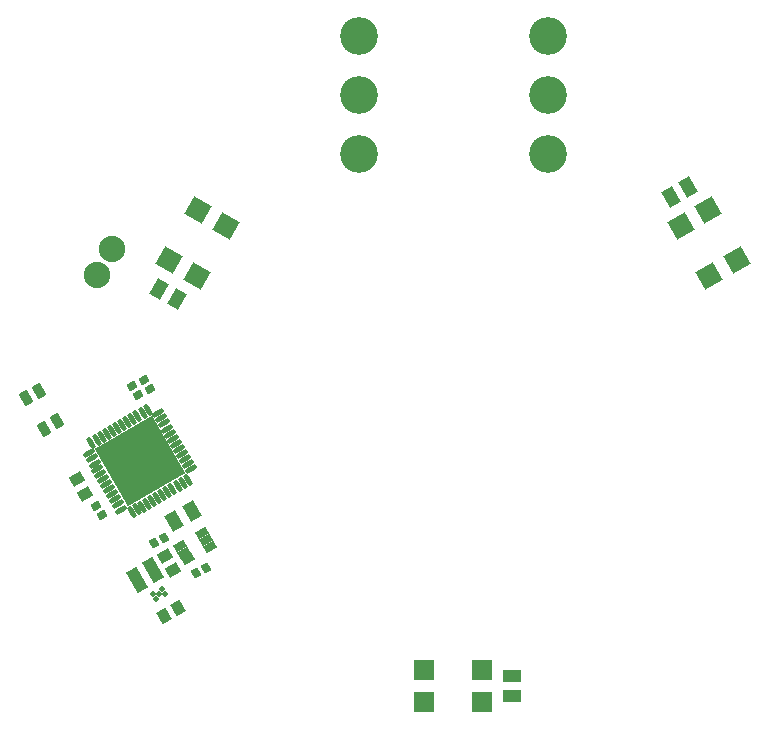
<source format=gts>
G04*
G04 #@! TF.GenerationSoftware,Altium Limited,CircuitStudio,1.5.2 (30)*
G04*
G04 Layer_Color=2238352*
%FSLAX24Y24*%
%MOIN*%
G70*
G01*
G75*
%ADD36C,0.0240*%
%ADD45R,0.0671X0.0671*%
G04:AMPARAMS|DCode=46|XSize=47.4mil|YSize=31.6mil|CornerRadius=0mil|HoleSize=0mil|Usage=FLASHONLY|Rotation=120.000|XOffset=0mil|YOffset=0mil|HoleType=Round|Shape=Rectangle|*
%AMROTATEDRECTD46*
4,1,4,0.0255,-0.0126,-0.0019,-0.0284,-0.0255,0.0126,0.0019,0.0284,0.0255,-0.0126,0.0*
%
%ADD46ROTATEDRECTD46*%

G04:AMPARAMS|DCode=47|XSize=59.2mil|YSize=41.5mil|CornerRadius=0mil|HoleSize=0mil|Usage=FLASHONLY|Rotation=120.000|XOffset=0mil|YOffset=0mil|HoleType=Round|Shape=Rectangle|*
%AMROTATEDRECTD47*
4,1,4,0.0328,-0.0153,-0.0032,-0.0360,-0.0328,0.0153,0.0032,0.0360,0.0328,-0.0153,0.0*
%
%ADD47ROTATEDRECTD47*%

G04:AMPARAMS|DCode=48|XSize=25.7mil|YSize=39.5mil|CornerRadius=0mil|HoleSize=0mil|Usage=FLASHONLY|Rotation=300.000|XOffset=0mil|YOffset=0mil|HoleType=Round|Shape=Rectangle|*
%AMROTATEDRECTD48*
4,1,4,-0.0235,0.0013,0.0107,0.0210,0.0235,-0.0013,-0.0107,-0.0210,-0.0235,0.0013,0.0*
%
%ADD48ROTATEDRECTD48*%

G04:AMPARAMS|DCode=49|XSize=29.7mil|YSize=25.7mil|CornerRadius=0mil|HoleSize=0mil|Usage=FLASHONLY|Rotation=300.000|XOffset=0mil|YOffset=0mil|HoleType=Round|Shape=Rectangle|*
%AMROTATEDRECTD49*
4,1,4,-0.0185,0.0064,0.0037,0.0193,0.0185,-0.0064,-0.0037,-0.0193,-0.0185,0.0064,0.0*
%
%ADD49ROTATEDRECTD49*%

%ADD50C,0.0190*%
G04:AMPARAMS|DCode=51|XSize=43.4mil|YSize=35.6mil|CornerRadius=0mil|HoleSize=0mil|Usage=FLASHONLY|Rotation=120.000|XOffset=0mil|YOffset=0mil|HoleType=Round|Shape=Rectangle|*
%AMROTATEDRECTD51*
4,1,4,0.0263,-0.0099,-0.0045,-0.0277,-0.0263,0.0099,0.0045,0.0277,0.0263,-0.0099,0.0*
%
%ADD51ROTATEDRECTD51*%

G04:AMPARAMS|DCode=52|XSize=43.4mil|YSize=35.6mil|CornerRadius=0mil|HoleSize=0mil|Usage=FLASHONLY|Rotation=210.000|XOffset=0mil|YOffset=0mil|HoleType=Round|Shape=Rectangle|*
%AMROTATEDRECTD52*
4,1,4,0.0099,0.0263,0.0277,-0.0045,-0.0099,-0.0263,-0.0277,0.0045,0.0099,0.0263,0.0*
%
%ADD52ROTATEDRECTD52*%

G04:AMPARAMS|DCode=53|XSize=78.9mil|YSize=39.5mil|CornerRadius=0mil|HoleSize=0mil|Usage=FLASHONLY|Rotation=120.000|XOffset=0mil|YOffset=0mil|HoleType=Round|Shape=Rectangle|*
%AMROTATEDRECTD53*
4,1,4,0.0368,-0.0243,0.0026,-0.0440,-0.0368,0.0243,-0.0026,0.0440,0.0368,-0.0243,0.0*
%
%ADD53ROTATEDRECTD53*%

G04:AMPARAMS|DCode=54|XSize=29.7mil|YSize=25.7mil|CornerRadius=0mil|HoleSize=0mil|Usage=FLASHONLY|Rotation=30.000|XOffset=0mil|YOffset=0mil|HoleType=Round|Shape=Rectangle|*
%AMROTATEDRECTD54*
4,1,4,-0.0064,-0.0185,-0.0193,0.0037,0.0064,0.0185,0.0193,-0.0037,-0.0064,-0.0185,0.0*
%
%ADD54ROTATEDRECTD54*%

G04:AMPARAMS|DCode=55|XSize=17.8mil|YSize=43.4mil|CornerRadius=0mil|HoleSize=0mil|Usage=FLASHONLY|Rotation=120.000|XOffset=0mil|YOffset=0mil|HoleType=Round|Shape=Round|*
%AMOVALD55*
21,1,0.0256,0.0178,0.0000,0.0000,210.0*
1,1,0.0178,0.0111,0.0064*
1,1,0.0178,-0.0111,-0.0064*
%
%ADD55OVALD55*%

G04:AMPARAMS|DCode=56|XSize=17.8mil|YSize=43.4mil|CornerRadius=0mil|HoleSize=0mil|Usage=FLASHONLY|Rotation=30.000|XOffset=0mil|YOffset=0mil|HoleType=Round|Shape=Round|*
%AMOVALD56*
21,1,0.0256,0.0178,0.0000,0.0000,120.0*
1,1,0.0178,0.0064,-0.0111*
1,1,0.0178,-0.0064,0.0111*
%
%ADD56OVALD56*%

%ADD57P,0.3120X4X75.0*%
%ADD58P,0.0948X4X165.0*%
%ADD59P,0.0948X4X285.0*%
G04:AMPARAMS|DCode=60|XSize=59.2mil|YSize=41.5mil|CornerRadius=0mil|HoleSize=0mil|Usage=FLASHONLY|Rotation=240.000|XOffset=0mil|YOffset=0mil|HoleType=Round|Shape=Rectangle|*
%AMROTATEDRECTD60*
4,1,4,-0.0032,0.0360,0.0328,0.0153,0.0032,-0.0360,-0.0328,-0.0153,-0.0032,0.0360,0.0*
%
%ADD60ROTATEDRECTD60*%

%ADD61R,0.0592X0.0415*%
%ADD62C,0.1261*%
%ADD63C,0.0320*%
%ADD64C,0.0883*%
D36*
X365416Y341963D02*
D03*
D45*
X376555Y332933D02*
D03*
Y333996D02*
D03*
X374626D02*
D03*
Y332933D02*
D03*
D46*
X362388Y342277D02*
D03*
X361798Y343299D02*
D03*
X361354Y343043D02*
D03*
X361945Y342021D02*
D03*
D47*
X366880Y339274D02*
D03*
X366301Y338940D02*
D03*
X383420Y350100D02*
D03*
X382840Y349766D02*
D03*
D48*
X366752Y337674D02*
D03*
X366624Y337895D02*
D03*
X366496Y338117D02*
D03*
X367229Y338540D02*
D03*
X367357Y338319D02*
D03*
X367485Y338097D02*
D03*
D49*
X367344Y337396D02*
D03*
X367037Y337219D02*
D03*
X365944Y338396D02*
D03*
X365637Y338218D02*
D03*
D50*
X365889Y336678D02*
D03*
X365987Y336507D02*
D03*
X365791Y336507D02*
D03*
X365594Y336507D02*
D03*
X365692Y336337D02*
D03*
D51*
X365952Y335769D02*
D03*
X366429Y336045D02*
D03*
D52*
X366256Y337311D02*
D03*
X365980Y337788D02*
D03*
X363053Y340346D02*
D03*
X363328Y339868D02*
D03*
D53*
X365045Y336992D02*
D03*
X365591Y337307D02*
D03*
D54*
X363702Y339461D02*
D03*
X363879Y339154D02*
D03*
X364902Y343461D02*
D03*
X365079Y343154D02*
D03*
X365479Y343354D02*
D03*
X365302Y343661D02*
D03*
D55*
X363441Y341207D02*
D03*
X363540Y341036D02*
D03*
X363638Y340866D02*
D03*
X363736Y340695D02*
D03*
X363835Y340525D02*
D03*
X363933Y340355D02*
D03*
X364032Y340184D02*
D03*
X364130Y340014D02*
D03*
X364229Y339843D02*
D03*
X364327Y339673D02*
D03*
X364425Y339502D02*
D03*
X364524Y339332D02*
D03*
X366842Y340670D02*
D03*
X366744Y340841D02*
D03*
X366645Y341011D02*
D03*
X366547Y341182D02*
D03*
X366449Y341352D02*
D03*
X366350Y341523D02*
D03*
X366252Y341693D02*
D03*
X366153Y341864D02*
D03*
X366055Y342034D02*
D03*
X365956Y342205D02*
D03*
X365858Y342375D02*
D03*
X365760Y342546D02*
D03*
D56*
X364873Y339238D02*
D03*
X365044Y339336D02*
D03*
X365214Y339435D02*
D03*
X365385Y339533D02*
D03*
X365555Y339632D02*
D03*
X365726Y339730D02*
D03*
X365896Y339829D02*
D03*
X366067Y339927D02*
D03*
X366237Y340025D02*
D03*
X366408Y340124D02*
D03*
X366578Y340222D02*
D03*
X366749Y340321D02*
D03*
X365410Y342639D02*
D03*
X365240Y342541D02*
D03*
X365069Y342442D02*
D03*
X364899Y342344D02*
D03*
X364728Y342245D02*
D03*
X364558Y342147D02*
D03*
X364387Y342049D02*
D03*
X364217Y341950D02*
D03*
X364046Y341852D02*
D03*
X363876Y341753D02*
D03*
X363705Y341655D02*
D03*
X363535Y341556D02*
D03*
D57*
X365142Y340939D02*
D03*
D58*
X385057Y347659D02*
D03*
X384136Y347127D02*
D03*
X383172Y348798D02*
D03*
X384092Y349329D02*
D03*
D59*
X367089D02*
D03*
X368009Y348798D02*
D03*
X367045Y347127D02*
D03*
X366124Y347659D02*
D03*
D60*
X365793Y346691D02*
D03*
X366372Y346356D02*
D03*
D61*
X377559Y333799D02*
D03*
Y333130D02*
D03*
D62*
X372441Y353150D02*
D03*
X378740D02*
D03*
Y351181D02*
D03*
X372441D02*
D03*
X378740Y355118D02*
D03*
X372441D02*
D03*
D63*
X365142Y340939D02*
D03*
X364492Y340564D02*
D03*
X364767Y341588D02*
D03*
X365791Y341314D02*
D03*
X365517Y340289D02*
D03*
X364867Y339914D02*
D03*
X366166Y340664D02*
D03*
X364117Y341213D02*
D03*
D64*
X363725Y347155D02*
D03*
X364225Y348021D02*
D03*
M02*

</source>
